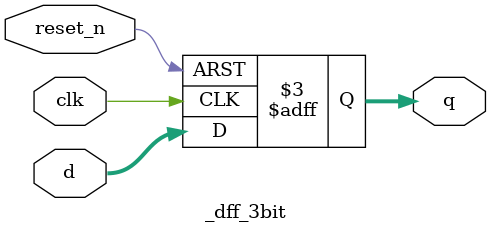
<source format=v>
module _dff_3bit(clk, reset_n, d, q); //3bit resettable D-ff
	input clk, reset_n;
	input [2:0] d;
	output reg [2:0] q;
	
	always@(posedge clk or negedge reset_n)
	begin
	if(reset_n == 0) q <= 3'b000;
	else q <= d;
	end

endmodule 
</source>
